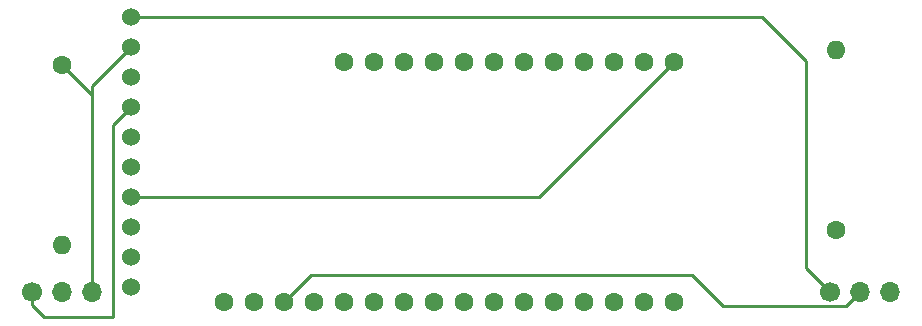
<source format=gbr>
%TF.GenerationSoftware,KiCad,Pcbnew,(7.0.0)*%
%TF.CreationDate,2023-03-09T06:04:35-08:00*%
%TF.ProjectId,Voltage_Sensor_Timer,566f6c74-6167-4655-9f53-656e736f725f,0*%
%TF.SameCoordinates,Original*%
%TF.FileFunction,Copper,L1,Top*%
%TF.FilePolarity,Positive*%
%FSLAX46Y46*%
G04 Gerber Fmt 4.6, Leading zero omitted, Abs format (unit mm)*
G04 Created by KiCad (PCBNEW (7.0.0)) date 2023-03-09 06:04:35*
%MOMM*%
%LPD*%
G01*
G04 APERTURE LIST*
%TA.AperFunction,ComponentPad*%
%ADD10C,1.600000*%
%TD*%
%TA.AperFunction,ComponentPad*%
%ADD11O,1.600000X1.600000*%
%TD*%
%TA.AperFunction,ComponentPad*%
%ADD12C,1.700000*%
%TD*%
%TA.AperFunction,ComponentPad*%
%ADD13O,1.700000X1.700000*%
%TD*%
%TA.AperFunction,ComponentPad*%
%ADD14C,1.524000*%
%TD*%
%TA.AperFunction,Conductor*%
%ADD15C,0.250000*%
%TD*%
G04 APERTURE END LIST*
D10*
%TO.P,ESP1,0,RESET*%
%TO.N,RESET*%
X132588000Y-106172000D03*
%TO.P,ESP1,1,3.3V*%
%TO.N,unconnected-(ESP1-3.3V-Pad1)*%
X135128000Y-106172000D03*
%TO.P,ESP1,2,3.3V*%
%TO.N,3.3V*%
X137668000Y-106172000D03*
%TO.P,ESP1,3,GND*%
%TO.N,GND*%
X140208000Y-106172000D03*
%TO.P,ESP1,4,A0*%
%TO.N,A0*%
X142748000Y-106172000D03*
%TO.P,ESP1,5,A1*%
%TO.N,A1*%
X145288000Y-106172000D03*
%TO.P,ESP1,6,A2*%
%TO.N,A2*%
X147828000Y-106172000D03*
%TO.P,ESP1,7,A3*%
%TO.N,A3*%
X150368000Y-106172000D03*
%TO.P,ESP1,8,A4*%
%TO.N,A4*%
X152908000Y-106172000D03*
%TO.P,ESP1,9,A5*%
%TO.N,A5*%
X155448000Y-106172000D03*
%TO.P,ESP1,10,SCK*%
%TO.N,SCK*%
X157988000Y-106172000D03*
%TO.P,ESP1,11,MOSI*%
%TO.N,MOSI*%
X160528000Y-106172000D03*
%TO.P,ESP1,12,MISO*%
%TO.N,MISO*%
X163068000Y-106172000D03*
%TO.P,ESP1,13,RX*%
%TO.N,RX*%
X165608000Y-106172000D03*
%TO.P,ESP1,14,TX*%
%TO.N,TX*%
X168148000Y-106172000D03*
%TO.P,ESP1,15,TXD0*%
%TO.N,TXDO*%
X170688000Y-106172000D03*
%TO.P,ESP1,16,VBAT*%
%TO.N,unconnected-(ESP1-VBAT-Pad16)*%
X142748000Y-85852000D03*
%TO.P,ESP1,17,EN*%
%TO.N,unconnected-(ESP1-EN-Pad17)*%
X145288000Y-85852000D03*
%TO.P,ESP1,18,VBUS*%
%TO.N,unconnected-(ESP1-VBUS-Pad18)*%
X147828000Y-85852000D03*
%TO.P,ESP1,19,D13*%
%TO.N,unconnected-(ESP1-D13-Pad19)*%
X150368000Y-85852000D03*
%TO.P,ESP1,20,D12*%
%TO.N,unconnected-(ESP1-D12-Pad20)*%
X152908000Y-85852000D03*
%TO.P,ESP1,21,D11*%
%TO.N,unconnected-(ESP1-D11-Pad21)*%
X155448000Y-85852000D03*
%TO.P,ESP1,22,D10*%
%TO.N,D10*%
X157988000Y-85852000D03*
%TO.P,ESP1,23,D9*%
%TO.N,D9*%
X160528000Y-85852000D03*
%TO.P,ESP1,24,D6*%
%TO.N,D6*%
X163068000Y-85852000D03*
%TO.P,ESP1,25,D5*%
%TO.N,D5*%
X165608000Y-85852000D03*
%TO.P,ESP1,26,SCL*%
%TO.N,SCL*%
X168148000Y-85852000D03*
%TO.P,ESP1,27,SDA*%
%TO.N,SDA*%
X170688000Y-85852000D03*
%TD*%
%TO.P,R2,1*%
%TO.N,AN0*%
X184404000Y-100076000D03*
D11*
%TO.P,R2,2*%
%TO.N,GND*%
X184403999Y-84835999D03*
%TD*%
D12*
%TO.P,J2,1,Pin_1*%
%TO.N,AN0*%
X116347000Y-105353000D03*
D13*
%TO.P,J2,2,Pin_2*%
%TO.N,AN1*%
X118886999Y-105352999D03*
%TO.P,J2,3,Pin_3*%
%TO.N,AN2*%
X121426999Y-105352999D03*
%TD*%
D10*
%TO.P,R3,1*%
%TO.N,AN2*%
X118872000Y-86106000D03*
D11*
%TO.P,R3,2*%
%TO.N,GND*%
X118871999Y-101345999D03*
%TD*%
D14*
%TO.P,ADS1,0,A0*%
%TO.N,AN0*%
X124715293Y-89667251D03*
%TO.P,ADS1,1,A1*%
%TO.N,AN1*%
X124715293Y-87127251D03*
%TO.P,ADS1,2,A2*%
%TO.N,AN2*%
X124715293Y-84587251D03*
%TO.P,ADS1,3,A3*%
%TO.N,AN3*%
X124715293Y-82047251D03*
%TO.P,ADS1,4,SDA*%
%TO.N,SDA*%
X124715293Y-97287251D03*
%TO.P,ADS1,5,SCL*%
%TO.N,SCL*%
X124715293Y-99827251D03*
%TO.P,ADS1,6,VDD*%
%TO.N,3.3V*%
X124715293Y-104907251D03*
%TO.P,ADS1,7,GND*%
%TO.N,GND*%
X124715293Y-102367251D03*
%TO.P,ADS1,8,ALRT*%
%TO.N,ALRT*%
X124715293Y-92207251D03*
%TO.P,ADS1,9,ADDR*%
%TO.N,ADDR*%
X124715293Y-94747251D03*
%TD*%
D12*
%TO.P,J3,1,Pin_1*%
%TO.N,AN3*%
X183896000Y-105353000D03*
D13*
%TO.P,J3,2,Pin_2*%
%TO.N,3.3V*%
X186435999Y-105352999D03*
%TO.P,J3,3,Pin_3*%
%TO.N,GND*%
X188975999Y-105352999D03*
%TD*%
D15*
%TO.N,AN3*%
X181879000Y-103336000D02*
X181879000Y-85770009D01*
X183896000Y-105353000D02*
X181879000Y-103336000D01*
X181879000Y-85770009D02*
X178156242Y-82047251D01*
X178156242Y-82047251D02*
X124715293Y-82047251D01*
%TO.N,AN2*%
X121427000Y-87875544D02*
X121427000Y-88661000D01*
X124715293Y-84587251D02*
X121427000Y-87875544D01*
X118872000Y-86106000D02*
X121427000Y-88661000D01*
X121427000Y-88661000D02*
X121427000Y-105353000D01*
%TO.N,AN0*%
X123190000Y-91192544D02*
X124715293Y-89667251D01*
X116347000Y-105353000D02*
X116347000Y-106441000D01*
X123190000Y-107442000D02*
X123190000Y-91192544D01*
X117348000Y-107442000D02*
X123190000Y-107442000D01*
X116347000Y-106441000D02*
X117348000Y-107442000D01*
%TO.N,SDA*%
X159252749Y-97287251D02*
X170688000Y-85852000D01*
X124715293Y-97287251D02*
X159252749Y-97287251D01*
%TO.N,3.3V*%
X174854000Y-106528000D02*
X172212000Y-103886000D01*
X139954000Y-103886000D02*
X137668000Y-106172000D01*
X186436000Y-105353000D02*
X185261000Y-106528000D01*
X185261000Y-106528000D02*
X174854000Y-106528000D01*
X172212000Y-103886000D02*
X139954000Y-103886000D01*
%TD*%
M02*

</source>
